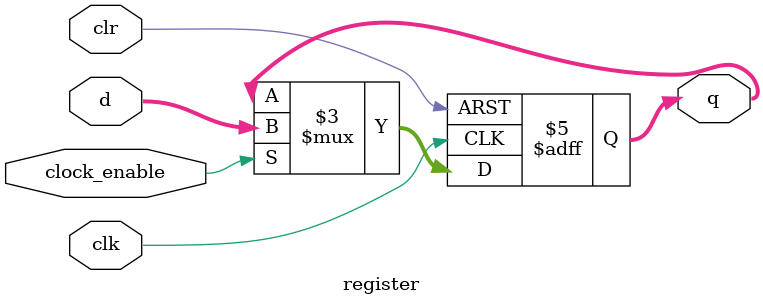
<source format=v>
module register(clk,clr,d,clock_enable,q);
parameter SIZE = 4;

input clk,clr,clock_enable;
input [SIZE -1 :0] d;
output [SIZE -1 :0] q;
reg [SIZE -1 :0] q;


//Register with active-high clock & asynchronous reset & synchronous clock enable 
	always @ (negedge clr or posedge clk)
begin
	// Reset whenever the reset signal goes low, regardless of the clock
	// or the clock enable
	if (!clr)
	begin
		q <= 0;
	end
	// If not resetting, and the clock signal is enabled on this register,
	// update the register output on the clock's rising edge
	else
	begin
		if (clock_enable)
		begin
			q <= d;
		end
	end
end

endmodule 

</source>
